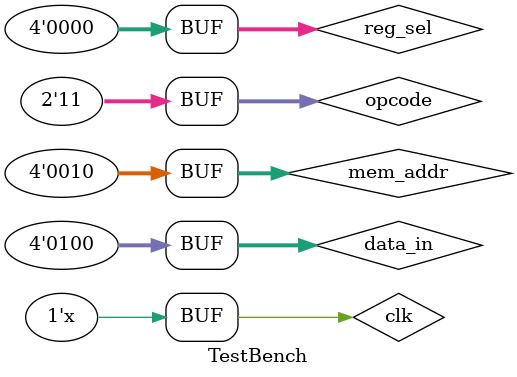
<source format=v>




`timescale 1ns / 1ps

module TestBench;

    reg clk;
    reg [3:0] reg_sel;
    reg [3:0] mem_addr;
    reg [3:0] data_in;
    reg [1:0]opcode;
    wire [3:0] out;



   register_memory_interface top_module (  //creating a instance of the topmodule
        .clk(clk),
        .reg_adrs(reg_sel),
        .mem_adrs(mem_addr),
        .data_in(data_in),
        .opcode(opcode),
        .data_out(out)
    );


always #10 clk=~clk;   //initialising the clock and making it trigger every 10s
   
   initial begin
     $monitor ("opcode=%d,data_out=%d", opcode, out);

    clk = 0;
   //1. testing opcode 0,data------>mem[adrs]

   //  0---->mem[0]
    reg_sel = 0;
    mem_addr = 0;
    data_in = 0;
    opcode=0;
   
    #20
    //  1----->mem[1]
    reg_sel = 0;
    mem_addr = 1;
    data_in = 1;
    opcode=0;
   
    #20
    //  2------>mem[2]
    reg_sel = 0;
    mem_addr = 2;
    data_in = 2;
    opcode=0;
   
    //2.testing opcode=2   mem--->reg
    #20

    // mem[1]=1-------->reg[0]
     reg_sel =0;
    mem_addr = 1;
    data_in = 4;
    opcode=2;
   

    //3. testing opcode=3.  reg----->mem
    #40
    //reg[0]---->mem[3]
    reg_sel=0;
    mem_addr=3;
    data_in=4;
    opcode=1;
   
    //reg[0]------->mem[4]
    #40
    reg_sel=0;
    mem_addr=4;
    data_in=4;
    opcode=1;
   
   
    //4. testing opcode=4, mem----->data_out
  
    #40
      //mem[2]---------->data_out
     reg_sel = 0;
    mem_addr = 2;
    data_in = 4;
    opcode=3;
   

   
   end

endmodule

</source>
